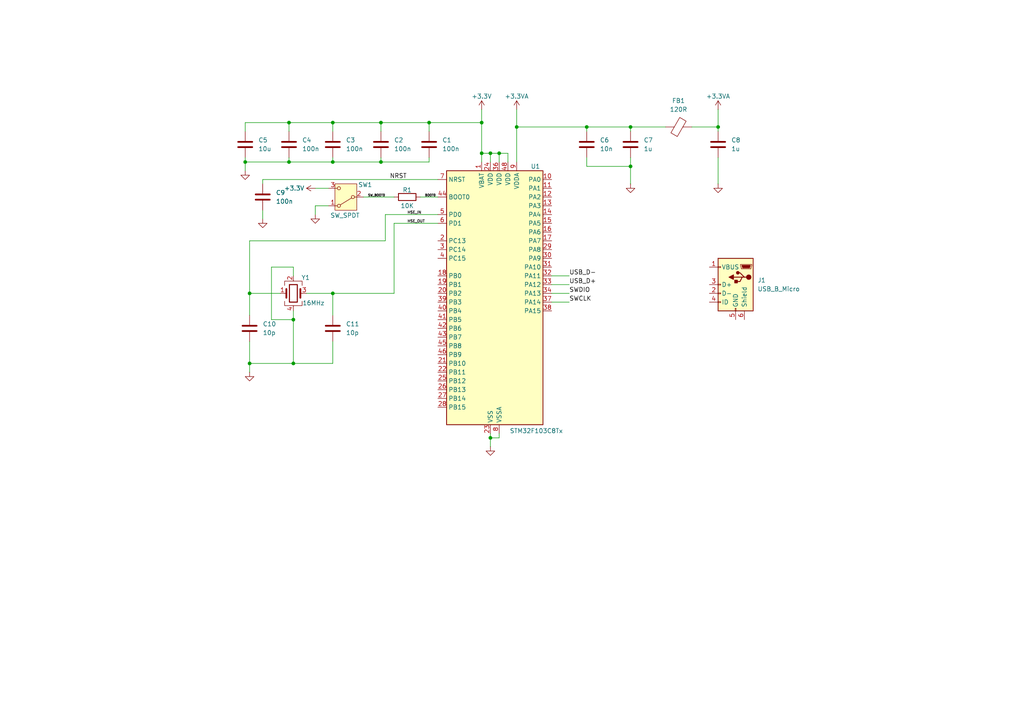
<source format=kicad_sch>
(kicad_sch (version 20231120) (generator "eeschema") (generator_version "8.0")
  (paper "A4")
  (lib_symbols
    (symbol "Connector:USB_B_Micro" (pin_names (offset 1.016))
      (property "Reference" "J" (at -5.08 11.43 0))
      (property "Value" "USB_B_Micro" (at -5.08 8.89 0))
      (symbol "USB_B_Micro_0_1"
        (rectangle (start -5.08 -7.62) (end 5.08 7.62) (stroke (width 0.254)) (fill (type background)))
        (circle (center -3.81 2.159) (radius 0.635) (stroke (width 0.254)) (fill (type outline)))
        (circle (center -0.635 3.429) (radius 0.381) (stroke (width 0.254)) (fill (type outline)))
        (rectangle (start -0.127 -7.62) (end 0.127 -6.858))
        (polyline (pts (xy -1.905 2.159) (xy 0.635 2.159)) (stroke (width 0.254)))
        (polyline (pts (xy -3.175 2.159) (xy -2.54 2.159) (xy -1.27 3.429) (xy -0.635 3.429)) (stroke (width 0.254)))
        (polyline (pts (xy -2.54 2.159) (xy -1.905 2.159) (xy -1.27 0.889) (xy 0 0.889)) (stroke (width 0.254)))
        (polyline (pts (xy 0.635 2.794) (xy 0.635 1.524) (xy 1.905 2.159) (xy 0.635 2.794)) (stroke (width 0.254)) (fill (type outline)))
        (polyline (pts (xy -4.318 5.588) (xy -1.778 5.588) (xy -2.032 4.826) (xy -4.064 4.826) (xy -4.318 5.588)) (fill (type outline)))
        (polyline (pts (xy -4.699 5.842) (xy -4.699 5.588) (xy -4.445 4.826) (xy -4.445 4.572) (xy -1.651 4.572) (xy -1.651 4.826) (xy -1.397 5.588) (xy -1.397 5.842) (xy -4.699 5.842)))
        (rectangle (start 0.254 1.27) (end -0.508 0.508) (stroke (width 0.254)) (fill (type outline)))
        (rectangle (start 5.08 -5.207) (end 4.318 -4.953))
        (rectangle (start 5.08 -2.667) (end 4.318 -2.413))
        (rectangle (start 5.08 -0.127) (end 4.318 0.127))
        (rectangle (start 5.08 4.953) (end 4.318 5.207))
      )
      (symbol "USB_B_Micro_1_1"
        (pin power_out line (at 7.62 5.08 180) (length 2.54) (name "VBUS") (number "1"))
        (pin bidirectional line (at 7.62 -2.54 180) (length 2.54) (name "D-") (number "2"))
        (pin bidirectional line (at 7.62 0 180) (length 2.54) (name "D+") (number "3"))
        (pin passive line (at 7.62 -5.08 180) (length 2.54) (name "ID") (number "4"))
        (pin power_out line (at 0 -10.16 90) (length 2.54) (name "GND") (number "5"))
        (pin passive line (at -2.54 -10.16 90) (length 2.54) (name "Shield") (number "6"))
      )
    )
    (symbol "Device:C" (pin_numbers hide) (pin_names (offset 0.254))
      (property "Reference" "C" (at 0.635 2.54 0))
      (property "Value" "C" (at 0.635 -2.54 0))
      (symbol "C_0_1"
        (polyline (pts (xy -2.032 -0.762) (xy 2.032 -0.762)) (stroke (width 0.508)))
        (polyline (pts (xy -2.032 0.762) (xy 2.032 0.762)) (stroke (width 0.508)))
      )
      (symbol "C_1_1"
        (pin passive line (at 0 3.81 270) (length 2.794) (name "~") (number "1"))
        (pin passive line (at 0 -3.81 90) (length 2.794) (name "~") (number "2"))
      )
    )
    (symbol "Device:Crystal_GND24" (pin_names (offset 1.016) hide)
      (property "Reference" "Y" (at 3.175 5.08 0))
      (property "Value" "Crystal_GND24" (at 3.175 3.175 0))
      (symbol "Crystal_GND24_0_1"
        (rectangle (start -1.143 2.54) (end 1.143 -2.54) (stroke (width 0.3048)))
        (polyline (pts (xy -2.54 0) (xy -2.032 0)))
        (polyline (pts (xy -2.032 -1.27) (xy -2.032 1.27)) (stroke (width 0.508)))
        (polyline (pts (xy 0 -3.81) (xy 0 -3.556)))
        (polyline (pts (xy 0 3.556) (xy 0 3.81)))
        (polyline (pts (xy 2.032 -1.27) (xy 2.032 1.27)) (stroke (width 0.508)))
        (polyline (pts (xy 2.032 0) (xy 2.54 0)))
        (polyline (pts (xy -2.54 -2.286) (xy -2.54 -3.556) (xy 2.54 -3.556) (xy 2.54 -2.286)))
        (polyline (pts (xy -2.54 2.286) (xy -2.54 3.556) (xy 2.54 3.556) (xy 2.54 2.286)))
      )
      (symbol "Crystal_GND24_1_1"
        (pin passive line (at -3.81 0 0) (length 1.27) (name "1") (number "1"))
        (pin passive line (at 0 5.08 270) (length 1.27) (name "2") (number "2"))
        (pin passive line (at 3.81 0 180) (length 1.27) (name "3") (number "3"))
        (pin passive line (at 0 -5.08 90) (length 1.27) (name "4") (number "4"))
      )
    )
    (symbol "Device:FerriteBead" (pin_numbers hide) (pin_names (offset 0))
      (property "Reference" "FB" (at -3.81 0.635 90))
      (property "Value" "FerriteBead" (at 3.81 0 90))
      (symbol "FerriteBead_0_1"
        (polyline (pts (xy 0 -1.27) (xy 0 -1.2192)))
        (polyline (pts (xy 0 1.27) (xy 0 1.2954)))
        (polyline (pts (xy -2.7686 0.4064) (xy -1.7018 2.2606) (xy 2.7686 -0.3048) (xy 1.6764 -2.159) (xy -2.7686 0.4064)))
      )
      (symbol "FerriteBead_1_1"
        (pin passive line (at 0 3.81 270) (length 2.54) (name "~") (number "1"))
        (pin passive line (at 0 -3.81 90) (length 2.54) (name "~") (number "2"))
      )
    )
    (symbol "Device:R" (pin_numbers hide) (pin_names (offset 0))
      (property "Reference" "R" (at 2.032 0 90))
      (property "Value" "R" (at 0 0 90))
      (symbol "R_0_1"
        (rectangle (start -1.016 -2.54) (end 1.016 2.54) (stroke (width 0.254)))
      )
      (symbol "R_1_1"
        (pin passive line (at 0 3.81 270) (length 1.27) (name "~") (number "1"))
        (pin passive line (at 0 -3.81 90) (length 1.27) (name "~") (number "2"))
      )
    )
    (symbol "MCU_ST_STM32F1:STM32F103C8Tx"
      (property "Reference" "U" (at -12.7 39.37 0))
      (property "Value" "STM32F103C8Tx" (at 10.16 39.37 0))
      (symbol "STM32F103C8Tx_0_1"
        (rectangle (start -12.7 -35.56) (end 15.24 38.1) (stroke (width 0.254)) (fill (type background)))
      )
      (symbol "STM32F103C8Tx_1_1"
        (pin power_in line (at -2.54 40.64 270) (length 2.54) (name "VBAT") (number "1"))
        (pin bidirectional line (at 17.78 35.56 180) (length 2.54) (name "PA0") (number "10"))
        (pin bidirectional line (at 17.78 33.02 180) (length 2.54) (name "PA1") (number "11"))
        (pin bidirectional line (at 17.78 30.48 180) (length 2.54) (name "PA2") (number "12"))
        (pin bidirectional line (at 17.78 27.94 180) (length 2.54) (name "PA3") (number "13"))
        (pin bidirectional line (at 17.78 25.4 180) (length 2.54) (name "PA4") (number "14"))
        (pin bidirectional line (at 17.78 22.86 180) (length 2.54) (name "PA5") (number "15"))
        (pin bidirectional line (at 17.78 20.32 180) (length 2.54) (name "PA6") (number "16"))
        (pin bidirectional line (at 17.78 17.78 180) (length 2.54) (name "PA7") (number "17"))
        (pin bidirectional line (at -15.24 7.62 0) (length 2.54) (name "PB0") (number "18"))
        (pin bidirectional line (at -15.24 5.08 0) (length 2.54) (name "PB1") (number "19"))
        (pin bidirectional line (at -15.24 17.78 0) (length 2.54) (name "PC13") (number "2"))
        (pin bidirectional line (at -15.24 2.54 0) (length 2.54) (name "PB2") (number "20"))
        (pin bidirectional line (at -15.24 -17.78 0) (length 2.54) (name "PB10") (number "21"))
        (pin bidirectional line (at -15.24 -20.32 0) (length 2.54) (name "PB11") (number "22"))
        (pin power_in line (at 0 -38.1 90) (length 2.54) (name "VSS") (number "23"))
        (pin power_in line (at 0 40.64 270) (length 2.54) (name "VDD") (number "24"))
        (pin bidirectional line (at -15.24 -22.86 0) (length 2.54) (name "PB12") (number "25"))
        (pin bidirectional line (at -15.24 -25.4 0) (length 2.54) (name "PB13") (number "26"))
        (pin bidirectional line (at -15.24 -27.94 0) (length 2.54) (name "PB14") (number "27"))
        (pin bidirectional line (at -15.24 -30.48 0) (length 2.54) (name "PB15") (number "28"))
        (pin bidirectional line (at 17.78 15.24 180) (length 2.54) (name "PA8") (number "29"))
        (pin bidirectional line (at -15.24 15.24 0) (length 2.54) (name "PC14") (number "3"))
        (pin bidirectional line (at 17.78 12.7 180) (length 2.54) (name "PA9") (number "30"))
        (pin bidirectional line (at 17.78 10.16 180) (length 2.54) (name "PA10") (number "31"))
        (pin bidirectional line (at 17.78 7.62 180) (length 2.54) (name "PA11") (number "32"))
        (pin bidirectional line (at 17.78 5.08 180) (length 2.54) (name "PA12") (number "33"))
        (pin bidirectional line (at 17.78 2.54 180) (length 2.54) (name "PA13") (number "34"))
        (pin passive line (at 0 -38.1 90) (length 2.54) hide (name "VSS") (number "35"))
        (pin power_in line (at 2.54 40.64 270) (length 2.54) (name "VDD") (number "36"))
        (pin bidirectional line (at 17.78 0 180) (length 2.54) (name "PA14") (number "37"))
        (pin bidirectional line (at 17.78 -2.54 180) (length 2.54) (name "PA15") (number "38"))
        (pin bidirectional line (at -15.24 0 0) (length 2.54) (name "PB3") (number "39"))
        (pin bidirectional line (at -15.24 12.7 0) (length 2.54) (name "PC15") (number "4"))
        (pin bidirectional line (at -15.24 -2.54 0) (length 2.54) (name "PB4") (number "40"))
        (pin bidirectional line (at -15.24 -5.08 0) (length 2.54) (name "PB5") (number "41"))
        (pin bidirectional line (at -15.24 -7.62 0) (length 2.54) (name "PB6") (number "42"))
        (pin bidirectional line (at -15.24 -10.16 0) (length 2.54) (name "PB7") (number "43"))
        (pin input line (at -15.24 30.48 0) (length 2.54) (name "BOOT0") (number "44"))
        (pin bidirectional line (at -15.24 -12.7 0) (length 2.54) (name "PB8") (number "45"))
        (pin bidirectional line (at -15.24 -15.24 0) (length 2.54) (name "PB9") (number "46"))
        (pin passive line (at 0 -38.1 90) (length 2.54) hide (name "VSS") (number "47"))
        (pin power_in line (at 5.08 40.64 270) (length 2.54) (name "VDD") (number "48"))
        (pin bidirectional line (at -15.24 25.4 0) (length 2.54) (name "PD0") (number "5"))
        (pin bidirectional line (at -15.24 22.86 0) (length 2.54) (name "PD1") (number "6"))
        (pin input line (at -15.24 35.56 0) (length 2.54) (name "NRST") (number "7"))
        (pin power_in line (at 2.54 -38.1 90) (length 2.54) (name "VSSA") (number "8"))
        (pin power_in line (at 7.62 40.64 270) (length 2.54) (name "VDDA") (number "9"))
      )
    )
    (symbol "Switch:SW_SPDT" (pin_names (offset 0) hide)
      (property "Reference" "SW" (at 0 5.08 0))
      (property "Value" "SW_SPDT" (at 0 -5.08 0))
      (symbol "SW_SPDT_0_1"
        (circle (center -2.032 0) (radius 0.4572))
        (polyline (pts (xy -1.651 0.254) (xy 1.651 2.286)))
        (circle (center 2.032 -2.54) (radius 0.4572))
        (circle (center 2.032 2.54) (radius 0.4572))
      )
      (symbol "SW_SPDT_1_1"
        (rectangle (start -3.175 3.81) (end 3.175 -3.81) (fill (type background)))
        (pin passive line (at 5.08 2.54 180) (length 2.54) (name "A") (number "1"))
        (pin passive line (at -5.08 0 0) (length 2.54) (name "B") (number "2"))
        (pin passive line (at 5.08 -2.54 180) (length 2.54) (name "C") (number "3"))
      )
    )
    (symbol "power:+3.3V" (power) (pin_numbers hide) (pin_names (offset 0) hide)
      (property "Value" "+3.3V" (at 0 3.556 0))
      (symbol "+3.3V_0_1"
        (polyline (pts (xy -0.762 1.27) (xy 0 2.54)))
        (polyline (pts (xy 0 0) (xy 0 2.54)))
        (polyline (pts (xy 0 2.54) (xy 0.762 1.27)))
      )
      (symbol "+3.3V_1_1"
        (pin power_in line (at 0 0 90) (length 0) (name "~") (number "1"))
      )
    )
    (symbol "power:GND" (power) (pin_numbers hide) (pin_names (offset 0) hide)
      (property "Value" "GND" (at 0 -3.81 0))
      (symbol "GND_0_1"
        (polyline (pts (xy 0 0) (xy 0 -1.27) (xy 1.27 -1.27) (xy 0 -2.54) (xy -1.27 -1.27) (xy 0 -1.27)))
      )
      (symbol "GND_1_1"
        (pin power_in line (at 0 0 270) (length 0) (name "~") (number "1"))
      )
    )
  )
  (junction (at 124.46 35.56))
  (junction (at 142.24 127))
  (junction (at 182.88 36.83))
  (junction (at 72.39 105.41))
  (junction (at 149.86 36.83))
  (junction (at 142.24 44.45))
  (junction (at 139.7 35.56))
  (junction (at 170.18 36.83))
  (junction (at 71.12 46.99))
  (junction (at 110.49 46.99))
  (junction (at 96.52 85.09))
  (junction (at 83.82 35.56))
  (junction (at 208.28 36.83))
  (junction (at 72.39 85.09))
  (junction (at 144.78 44.45))
  (junction (at 139.7 44.45))
  (junction (at 83.82 46.99))
  (junction (at 182.88 48.26))
  (junction (at 85.09 92.71))
  (junction (at 96.52 35.56))
  (junction (at 85.09 105.41))
  (junction (at 110.49 35.56))
  (junction (at 96.52 46.99))
  (wire (pts (xy 139.7 44.45) (xy 139.7 46.99)))
  (wire (pts (xy 96.52 85.09) (xy 88.9 85.09)))
  (wire (pts (xy 144.78 127) (xy 142.24 127)))
  (wire (pts (xy 142.24 125.73) (xy 142.24 127)))
  (wire (pts (xy 96.52 85.09) (xy 96.52 91.44)))
  (wire (pts (xy 85.09 105.41) (xy 72.39 105.41)))
  (wire (pts (xy 208.28 36.83) (xy 208.28 38.1)))
  (wire (pts (xy 142.24 44.45) (xy 144.78 44.45)))
  (wire (pts (xy 96.52 105.41) (xy 96.52 99.06)))
  (wire (pts (xy 208.28 31.75) (xy 208.28 36.83)))
  (wire (pts (xy 114.3 85.09) (xy 96.52 85.09)))
  (wire (pts (xy 165.1 80.01) (xy 160.02 80.01)))
  (wire (pts (xy 110.49 35.56) (xy 124.46 35.56)))
  (wire (pts (xy 170.18 45.72) (xy 170.18 48.26)))
  (wire (pts (xy 85.09 77.47) (xy 78.74 77.47)))
  (wire (pts (xy 72.39 85.09) (xy 81.28 85.09)))
  (wire (pts (xy 182.88 48.26) (xy 182.88 45.72)))
  (wire (pts (xy 110.49 35.56) (xy 110.49 38.1)))
  (wire (pts (xy 96.52 46.99) (xy 110.49 46.99)))
  (wire (pts (xy 71.12 38.1) (xy 71.12 35.56)))
  (wire (pts (xy 144.78 44.45) (xy 147.32 44.45)))
  (wire (pts (xy 111.76 62.23) (xy 127 62.23)))
  (wire (pts (xy 105.41 57.15) (xy 114.3 57.15)))
  (wire (pts (xy 124.46 46.99) (xy 124.46 45.72)))
  (wire (pts (xy 114.3 64.77) (xy 114.3 85.09)))
  (wire (pts (xy 121.92 57.15) (xy 127 57.15)))
  (wire (pts (xy 85.09 80.01) (xy 85.09 77.47)))
  (wire (pts (xy 182.88 48.26) (xy 182.88 53.34)))
  (wire (pts (xy 72.39 105.41) (xy 72.39 107.95)))
  (wire (pts (xy 170.18 36.83) (xy 182.88 36.83)))
  (wire (pts (xy 78.74 92.71) (xy 85.09 92.71)))
  (wire (pts (xy 142.24 44.45) (xy 142.24 46.99)))
  (wire (pts (xy 200.66 36.83) (xy 208.28 36.83)))
  (wire (pts (xy 147.32 44.45) (xy 147.32 46.99)))
  (wire (pts (xy 76.2 52.07) (xy 127 52.07)))
  (wire (pts (xy 165.1 85.09) (xy 160.02 85.09)))
  (wire (pts (xy 72.39 85.09) (xy 72.39 69.85)))
  (wire (pts (xy 170.18 36.83) (xy 170.18 38.1)))
  (wire (pts (xy 124.46 35.56) (xy 139.7 35.56)))
  (wire (pts (xy 78.74 77.47) (xy 78.74 92.71)))
  (wire (pts (xy 182.88 36.83) (xy 182.88 38.1)))
  (wire (pts (xy 144.78 125.73) (xy 144.78 127)))
  (wire (pts (xy 165.1 87.63) (xy 160.02 87.63)))
  (wire (pts (xy 96.52 35.56) (xy 110.49 35.56)))
  (wire (pts (xy 149.86 36.83) (xy 149.86 46.99)))
  (wire (pts (xy 91.44 59.69) (xy 91.44 62.23)))
  (wire (pts (xy 96.52 45.72) (xy 96.52 46.99)))
  (wire (pts (xy 142.24 127) (xy 142.24 129.54)))
  (wire (pts (xy 149.86 31.75) (xy 149.86 36.83)))
  (wire (pts (xy 76.2 60.96) (xy 76.2 63.5)))
  (wire (pts (xy 96.52 35.56) (xy 96.52 38.1)))
  (wire (pts (xy 83.82 35.56) (xy 96.52 35.56)))
  (wire (pts (xy 72.39 69.85) (xy 111.76 69.85)))
  (wire (pts (xy 71.12 35.56) (xy 83.82 35.56)))
  (wire (pts (xy 83.82 45.72) (xy 83.82 46.99)))
  (wire (pts (xy 83.82 46.99) (xy 71.12 46.99)))
  (wire (pts (xy 114.3 64.77) (xy 127 64.77)))
  (wire (pts (xy 139.7 35.56) (xy 139.7 44.45)))
  (wire (pts (xy 144.78 44.45) (xy 144.78 46.99)))
  (wire (pts (xy 83.82 35.56) (xy 83.82 38.1)))
  (wire (pts (xy 71.12 46.99) (xy 71.12 49.53)))
  (wire (pts (xy 110.49 46.99) (xy 124.46 46.99)))
  (wire (pts (xy 139.7 44.45) (xy 142.24 44.45)))
  (wire (pts (xy 91.44 54.61) (xy 95.25 54.61)))
  (wire (pts (xy 85.09 92.71) (xy 85.09 90.17)))
  (wire (pts (xy 71.12 45.72) (xy 71.12 46.99)))
  (wire (pts (xy 208.28 45.72) (xy 208.28 53.34)))
  (wire (pts (xy 182.88 36.83) (xy 193.04 36.83)))
  (wire (pts (xy 149.86 36.83) (xy 170.18 36.83)))
  (wire (pts (xy 91.44 59.69) (xy 95.25 59.69)))
  (wire (pts (xy 85.09 92.71) (xy 85.09 105.41)))
  (wire (pts (xy 110.49 45.72) (xy 110.49 46.99)))
  (wire (pts (xy 170.18 48.26) (xy 182.88 48.26)))
  (wire (pts (xy 124.46 35.56) (xy 124.46 38.1)))
  (wire (pts (xy 111.76 69.85) (xy 111.76 62.23)))
  (wire (pts (xy 76.2 53.34) (xy 76.2 52.07)))
  (wire (pts (xy 165.1 82.55) (xy 160.02 82.55)))
  (wire (pts (xy 83.82 46.99) (xy 96.52 46.99)))
  (wire (pts (xy 72.39 105.41) (xy 72.39 99.06)))
  (wire (pts (xy 72.39 91.44) (xy 72.39 85.09)))
  (wire (pts (xy 139.7 35.56) (xy 139.7 31.75)))
  (wire (pts (xy 85.09 105.41) (xy 96.52 105.41)))
  (label "NRST" (at 113.03 52.07 0))
  (label "HSE_OUT" (at 118.11 64.77 0) (effects (font (size 0.762 0.762))))
  (label "USB_D-" (at 165.1 80.01 0))
  (label "BOOT0" (at 123.19 57.15 0) (effects (font (size 0.635 0.635))))
  (label "SWDIO" (at 165.1 85.09 0))
  (label "HSE_IN" (at 118.11 62.23 0) (effects (font (size 0.762 0.762))))
  (label "USB_D+" (at 165.1 82.55 0))
  (label "SWCLK" (at 165.1 87.63 0))
  (label "SW_BOOT0" (at 106.68 57.15 0) (effects (font (size 0.635 0.635))))
  (symbol (lib_id "power:+3.3V") (at 91.44 54.61 90) (unit 1)
    (property "Reference" "#PWR010" (effects (hide yes)))
    (property "Value" "+3.3V" (at 85.344 54.61 90))
    (property "Description" "Power symbol creates a global label with name \"+3.3V\"" (effects (hide yes)))
  )
  (symbol (lib_id "Device:C") (at 96.52 95.25 0) (unit 1)
    (property "Reference" "C11" (at 100.33 93.9799 0) (effects (justify left)))
    (property "Value" "10p" (at 100.33 96.5199 0) (effects (justify left)))
    (property "Description" "Unpolarized capacitor" (effects (hide yes)))
  )
  (symbol (lib_id "power:GND") (at 71.12 49.53 0) (unit 1)
    (property "Reference" "#PWR03" (effects (hide yes)))
    (property "Value" "GND" (effects (hide yes)))
    (property "Description" "Power symbol creates a global label with name \"GND\" , ground" (effects (hide yes)))
  )
  (symbol (lib_id "Device:Crystal_GND24") (at 85.09 85.09 0) (unit 1)
    (property "Reference" "Y1" (at 88.646 80.518 0))
    (property "Value" "16MHz" (at 90.932 87.884 0))
    (property "Description" "Four pin crystal, GND on pins 2 and 4" (effects (hide yes)))
  )
  (symbol (lib_id "Connector:USB_B_Micro") (at 213.36 82.55 0) (mirror y) (unit 1)
    (property "Reference" "J1" (at 219.71 81.2799 0) (effects (justify right)))
    (property "Value" "USB_B_Micro" (at 219.71 83.8199 0) (effects (justify right)))
    (property "Description" "USB Micro Type B connector" (effects (hide yes)))
  )
  (symbol (lib_id "Device:C") (at 182.88 41.91 0) (unit 1)
    (property "Reference" "C7" (at 186.69 40.6399 0) (effects (justify left)))
    (property "Value" "1u" (at 186.69 43.1799 0) (effects (justify left)))
    (property "Description" "Unpolarized capacitor" (effects (hide yes)))
  )
  (symbol (lib_id "Device:C") (at 76.2 57.15 0) (unit 1)
    (property "Reference" "C9" (at 80.01 55.8799 0) (effects (justify left)))
    (property "Value" "100n" (at 80.01 58.4199 0) (effects (justify left)))
    (property "Description" "Unpolarized capacitor" (effects (hide yes)))
  )
  (symbol (lib_id "Switch:SW_SPDT") (at 100.33 57.15 180) (unit 1)
    (property "Reference" "SW1" (at 105.918 53.594 0))
    (property "Value" "SW_SPDT" (at 100.076 62.484 0))
    (property "Description" "Switch, single pole double throw" (effects (hide yes)))
  )
  (symbol (lib_id "power:GND") (at 142.24 129.54 0) (unit 1)
    (property "Reference" "#PWR01" (effects (hide yes)))
    (property "Value" "GND" (effects (hide yes)))
    (property "Description" "Power symbol creates a global label with name \"GND\" , ground" (effects (hide yes)))
  )
  (symbol (lib_id "Device:FerriteBead") (at 196.85 36.83 90) (unit 1)
    (property "Reference" "FB1" (at 196.7992 29.21 90))
    (property "Value" "120R" (at 196.7992 31.75 90))
    (property "Description" "Ferrite bead" (effects (hide yes)))
  )
  (symbol (lib_id "power:GND") (at 72.39 107.95 0) (unit 1)
    (property "Reference" "#PWR011" (effects (hide yes)))
    (property "Value" "GND" (effects (hide yes)))
    (property "Description" "Power symbol creates a global label with name \"GND\" , ground" (effects (hide yes)))
  )
  (symbol (lib_id "power:+3.3V") (at 208.28 31.75 0) (unit 1)
    (property "Reference" "#PWR07" (effects (hide yes)))
    (property "Value" "+3.3VA" (at 208.28 27.94 0))
    (property "Description" "Power symbol creates a global label with name \"+3.3V\"" (effects (hide yes)))
  )
  (symbol (lib_id "Device:C") (at 72.39 95.25 0) (unit 1)
    (property "Reference" "C10" (at 76.2 93.9799 0) (effects (justify left)))
    (property "Value" "10p" (at 76.2 96.5199 0) (effects (justify left)))
    (property "Description" "Unpolarized capacitor" (effects (hide yes)))
  )
  (symbol (lib_id "power:GND") (at 182.88 53.34 0) (unit 1)
    (property "Reference" "#PWR05" (effects (hide yes)))
    (property "Value" "GND" (effects (hide yes)))
    (property "Description" "Power symbol creates a global label with name \"GND\" , ground" (effects (hide yes)))
  )
  (symbol (lib_id "power:+3.3V") (at 149.86 31.75 0) (unit 1)
    (property "Reference" "#PWR04" (effects (hide yes)))
    (property "Value" "+3.3VA" (at 149.86 27.94 0))
    (property "Description" "Power symbol creates a global label with name \"+3.3V\"" (effects (hide yes)))
  )
  (symbol (lib_id "Device:R") (at 118.11 57.15 90) (unit 1)
    (property "Reference" "R1" (at 118.11 55.118 90))
    (property "Value" "10K" (at 118.11 59.69 90))
    (property "Description" "Resistor" (effects (hide yes)))
  )
  (symbol (lib_id "power:GND") (at 91.44 62.23 0) (unit 1)
    (property "Reference" "#PWR09" (effects (hide yes)))
    (property "Value" "GND" (effects (hide yes)))
    (property "Description" "Power symbol creates a global label with name \"GND\" , ground" (effects (hide yes)))
  )
  (symbol (lib_id "power:GND") (at 76.2 63.5 0) (unit 1)
    (property "Reference" "#PWR08" (effects (hide yes)))
    (property "Value" "GND" (effects (hide yes)))
    (property "Description" "Power symbol creates a global label with name \"GND\" , ground" (effects (hide yes)))
  )
  (symbol (lib_id "Device:C") (at 71.12 41.91 0) (unit 1)
    (property "Reference" "C5" (at 74.93 40.6399 0) (effects (justify left)))
    (property "Value" "10u" (at 74.93 43.1799 0) (effects (justify left)))
    (property "Description" "Unpolarized capacitor" (effects (hide yes)))
  )
  (symbol (lib_id "power:+3.3V") (at 139.7 31.75 0) (unit 1)
    (property "Reference" "#PWR02" (effects (hide yes)))
    (property "Value" "+3.3V" (at 139.7 27.94 0))
    (property "Description" "Power symbol creates a global label with name \"+3.3V\"" (effects (hide yes)))
  )
  (symbol (lib_id "MCU_ST_STM32F1:STM32F103C8Tx") (at 142.24 87.63 0) (unit 1)
    (property "Reference" "U1" (at 153.924 48.26 0) (effects (justify left)))
    (property "Value" "STM32F103C8Tx" (at 147.828 124.968 0) (effects (justify left)))
    (property "Footprint" "Package_QFP:LQFP-48_7x7mm_P0.5mm" (effects (hide yes)))
    (property "Datasheet" "https://www.st.com/resource/en/datasheet/stm32f103c8.pdf" (effects (hide yes)))
    (property "Description" "STMicroelectronics Arm Cortex-M3 MCU, 64KB flash, 20KB RAM, 72 MHz, 2.0-3.6V, 37 GPIO, LQFP48" (effects (hide yes)))
  )
  (symbol (lib_id "Device:C") (at 208.28 41.91 0) (unit 1)
    (property "Reference" "C8" (at 212.09 40.6399 0) (effects (justify left)))
    (property "Value" "1u" (at 212.09 43.1799 0) (effects (justify left)))
    (property "Description" "Unpolarized capacitor" (effects (hide yes)))
  )
  (symbol (lib_id "Device:C") (at 110.49 41.91 0) (unit 1)
    (property "Reference" "C2" (at 114.3 40.6399 0) (effects (justify left)))
    (property "Value" "100n" (at 114.3 43.1799 0) (effects (justify left)))
    (property "Description" "Unpolarized capacitor" (effects (hide yes)))
  )
  (symbol (lib_id "Device:C") (at 170.18 41.91 0) (unit 1)
    (property "Reference" "C6" (at 173.99 40.6399 0) (effects (justify left)))
    (property "Value" "10n" (at 173.99 43.1799 0) (effects (justify left)))
    (property "Description" "Unpolarized capacitor" (effects (hide yes)))
  )
  (symbol (lib_id "Device:C") (at 124.46 41.91 0) (unit 1)
    (property "Reference" "C1" (at 128.27 40.6399 0) (effects (justify left)))
    (property "Value" "100n" (at 128.27 43.1799 0) (effects (justify left)))
    (property "Description" "Unpolarized capacitor" (effects (hide yes)))
  )
  (symbol (lib_id "Device:C") (at 83.82 41.91 0) (unit 1)
    (property "Reference" "C4" (at 87.63 40.6399 0) (effects (justify left)))
    (property "Value" "100n" (at 87.63 43.1799 0) (effects (justify left)))
    (property "Description" "Unpolarized capacitor" (effects (hide yes)))
  )
  (symbol (lib_id "Device:C") (at 96.52 41.91 0) (unit 1)
    (property "Reference" "C3" (at 100.33 40.6399 0) (effects (justify left)))
    (property "Value" "100n" (at 100.33 43.1799 0) (effects (justify left)))
    (property "Description" "Unpolarized capacitor" (effects (hide yes)))
  )
  (symbol (lib_id "power:GND") (at 208.28 53.34 0) (unit 1)
    (property "Reference" "#PWR06" (effects (hide yes)))
    (property "Value" "GND" (effects (hide yes)))
    (property "Description" "Power symbol creates a global label with name \"GND\" , ground" (effects (hide yes)))
  )
)
</source>
